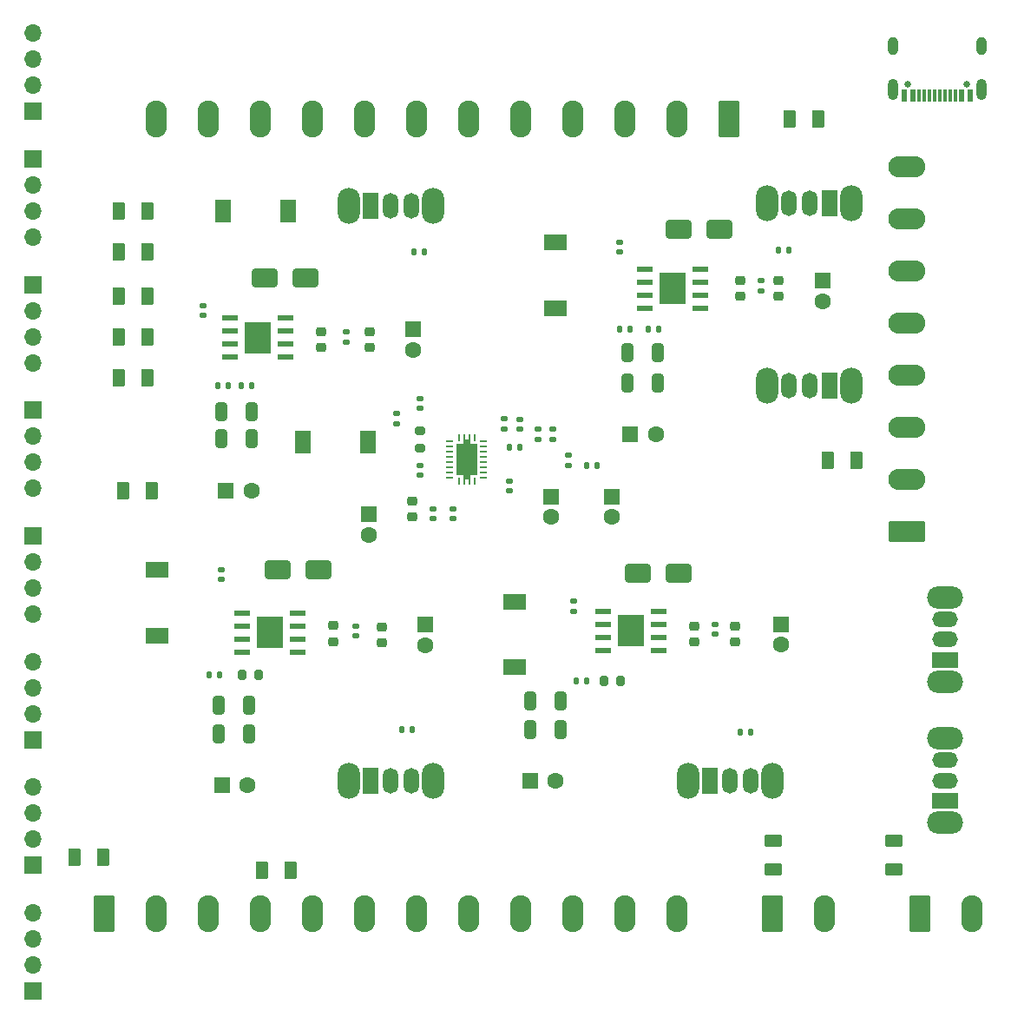
<source format=gts>
%TF.GenerationSoftware,KiCad,Pcbnew,7.0.2*%
%TF.CreationDate,2023-07-05T23:24:43+08:00*%
%TF.ProjectId,tps61088,74707336-3130-4383-982e-6b696361645f,rev?*%
%TF.SameCoordinates,Original*%
%TF.FileFunction,Soldermask,Top*%
%TF.FilePolarity,Negative*%
%FSLAX46Y46*%
G04 Gerber Fmt 4.6, Leading zero omitted, Abs format (unit mm)*
G04 Created by KiCad (PCBNEW 7.0.2) date 2023-07-05 23:24:43*
%MOMM*%
%LPD*%
G01*
G04 APERTURE LIST*
G04 Aperture macros list*
%AMRoundRect*
0 Rectangle with rounded corners*
0 $1 Rounding radius*
0 $2 $3 $4 $5 $6 $7 $8 $9 X,Y pos of 4 corners*
0 Add a 4 corners polygon primitive as box body*
4,1,4,$2,$3,$4,$5,$6,$7,$8,$9,$2,$3,0*
0 Add four circle primitives for the rounded corners*
1,1,$1+$1,$2,$3*
1,1,$1+$1,$4,$5*
1,1,$1+$1,$6,$7*
1,1,$1+$1,$8,$9*
0 Add four rect primitives between the rounded corners*
20,1,$1+$1,$2,$3,$4,$5,0*
20,1,$1+$1,$4,$5,$6,$7,0*
20,1,$1+$1,$6,$7,$8,$9,0*
20,1,$1+$1,$8,$9,$2,$3,0*%
%AMFreePoly0*
4,1,13,0.375000,1.525000,1.025000,1.525000,1.025000,-1.525000,0.375000,-1.525000,0.375000,-1.925000,-0.375000,-1.925000,-0.375000,-1.525000,-1.025000,-1.525000,-1.025000,1.525000,-0.375000,1.525000,-0.375000,1.925000,0.375000,1.925000,0.375000,1.525000,0.375000,1.525000,$1*%
G04 Aperture macros list end*
%ADD10O,3.500000X2.200000*%
%ADD11R,2.500000X1.500000*%
%ADD12O,2.500000X1.500000*%
%ADD13RoundRect,0.250000X-0.325000X-0.650000X0.325000X-0.650000X0.325000X0.650000X-0.325000X0.650000X0*%
%ADD14R,1.600000X1.600000*%
%ADD15C,1.600000*%
%ADD16R,1.500000X2.200000*%
%ADD17RoundRect,0.250000X-0.625000X0.375000X-0.625000X-0.375000X0.625000X-0.375000X0.625000X0.375000X0*%
%ADD18RoundRect,0.250000X-0.375000X-0.625000X0.375000X-0.625000X0.375000X0.625000X-0.375000X0.625000X0*%
%ADD19R,1.700000X1.700000*%
%ADD20O,1.700000X1.700000*%
%ADD21RoundRect,0.135000X-0.185000X0.135000X-0.185000X-0.135000X0.185000X-0.135000X0.185000X0.135000X0*%
%ADD22RoundRect,0.225000X0.250000X-0.225000X0.250000X0.225000X-0.250000X0.225000X-0.250000X-0.225000X0*%
%ADD23R,1.550000X0.600000*%
%ADD24R,2.600000X3.100000*%
%ADD25RoundRect,0.135000X0.185000X-0.135000X0.185000X0.135000X-0.185000X0.135000X-0.185000X-0.135000X0*%
%ADD26RoundRect,0.250000X0.375000X0.625000X-0.375000X0.625000X-0.375000X-0.625000X0.375000X-0.625000X0*%
%ADD27RoundRect,0.249999X0.790001X1.550001X-0.790001X1.550001X-0.790001X-1.550001X0.790001X-1.550001X0*%
%ADD28O,2.080000X3.600000*%
%ADD29RoundRect,0.140000X-0.170000X0.140000X-0.170000X-0.140000X0.170000X-0.140000X0.170000X0.140000X0*%
%ADD30RoundRect,0.050400X-0.069600X-0.249600X0.069600X-0.249600X0.069600X0.249600X-0.069600X0.249600X0*%
%ADD31RoundRect,0.050400X-0.249600X-0.069600X0.249600X-0.069600X0.249600X0.069600X-0.249600X0.069600X0*%
%ADD32RoundRect,0.050000X-0.050000X-0.250000X0.050000X-0.250000X0.050000X0.250000X-0.050000X0.250000X0*%
%ADD33FreePoly0,0.000000*%
%ADD34RoundRect,0.225000X-0.250000X0.225000X-0.250000X-0.225000X0.250000X-0.225000X0.250000X0.225000X0*%
%ADD35RoundRect,0.135000X-0.135000X-0.185000X0.135000X-0.185000X0.135000X0.185000X-0.135000X0.185000X0*%
%ADD36RoundRect,0.250000X1.000000X0.650000X-1.000000X0.650000X-1.000000X-0.650000X1.000000X-0.650000X0*%
%ADD37RoundRect,0.250000X0.625000X-0.375000X0.625000X0.375000X-0.625000X0.375000X-0.625000X-0.375000X0*%
%ADD38RoundRect,0.200000X-0.200000X-0.275000X0.200000X-0.275000X0.200000X0.275000X-0.200000X0.275000X0*%
%ADD39O,2.200000X3.500000*%
%ADD40R,1.500000X2.500000*%
%ADD41O,1.500000X2.500000*%
%ADD42R,2.200000X1.500000*%
%ADD43RoundRect,0.140000X0.170000X-0.140000X0.170000X0.140000X-0.170000X0.140000X-0.170000X-0.140000X0*%
%ADD44RoundRect,0.249999X-0.790001X-1.550001X0.790001X-1.550001X0.790001X1.550001X-0.790001X1.550001X0*%
%ADD45RoundRect,0.200000X0.275000X-0.200000X0.275000X0.200000X-0.275000X0.200000X-0.275000X-0.200000X0*%
%ADD46RoundRect,0.135000X0.135000X0.185000X-0.135000X0.185000X-0.135000X-0.185000X0.135000X-0.185000X0*%
%ADD47C,0.650000*%
%ADD48R,0.600000X1.150000*%
%ADD49R,0.300000X1.150000*%
%ADD50O,1.000000X2.100000*%
%ADD51O,1.000000X1.800000*%
%ADD52RoundRect,0.249999X1.550001X-0.790001X1.550001X0.790001X-1.550001X0.790001X-1.550001X-0.790001X0*%
%ADD53O,3.600000X2.080000*%
G04 APERTURE END LIST*
D10*
%TO.C,Vin*%
X192250000Y-127600000D03*
X192250000Y-119400000D03*
D11*
X192250000Y-125500000D03*
D12*
X192250000Y-123500000D03*
X192250000Y-121500000D03*
%TD*%
D13*
%TO.C,C7*%
X121425000Y-118919888D03*
X124375000Y-118919888D03*
%TD*%
D14*
%TO.C,C9*%
X140342621Y-79500000D03*
D15*
X140342621Y-81500000D03*
%TD*%
D16*
%TO.C,L2*%
X128200000Y-68000000D03*
X121800000Y-68000000D03*
%TD*%
D17*
%TO.C,F7*%
X187250000Y-129350000D03*
X187250000Y-132150000D03*
%TD*%
D18*
%TO.C,F2*%
X125600000Y-132250000D03*
X128400000Y-132250000D03*
%TD*%
D19*
%TO.C,J10*%
X103250000Y-62900000D03*
D20*
X103250000Y-65440000D03*
X103250000Y-67980000D03*
X103250000Y-70520000D03*
%TD*%
D21*
%TO.C,R19*%
X149275000Y-88240000D03*
X149275000Y-89260000D03*
%TD*%
D14*
%TO.C,C35*%
X136025000Y-97544888D03*
D15*
X136025000Y-99544888D03*
%TD*%
D22*
%TO.C,C4*%
X137275000Y-110069888D03*
X137275000Y-108519888D03*
%TD*%
D23*
%TO.C,U4*%
X162975000Y-73645000D03*
X162975000Y-74915000D03*
X162975000Y-76185000D03*
X162975000Y-77455000D03*
X168375000Y-77455000D03*
X168375000Y-76185000D03*
X168375000Y-74915000D03*
X168375000Y-73645000D03*
D24*
X165675000Y-75550000D03*
%TD*%
D25*
%TO.C,R18*%
X138775000Y-88760000D03*
X138775000Y-87740000D03*
%TD*%
D14*
%TO.C,C25*%
X176275000Y-108250000D03*
D15*
X176275000Y-110250000D03*
%TD*%
D26*
%TO.C,D8*%
X114417500Y-76250000D03*
X111617500Y-76250000D03*
%TD*%
D14*
%TO.C,C8*%
X121717621Y-123919888D03*
D15*
X124217621Y-123919888D03*
%TD*%
D27*
%TO.C,J2*%
X171190000Y-59027500D03*
D28*
X166110000Y-59027500D03*
X161030000Y-59027500D03*
X155950000Y-59027500D03*
X150870000Y-59027500D03*
X145790000Y-59027500D03*
X140710000Y-59027500D03*
X135630000Y-59027500D03*
X130550000Y-59027500D03*
X125470000Y-59027500D03*
X120390000Y-59027500D03*
X115310000Y-59027500D03*
%TD*%
D29*
%TO.C,C33*%
X142275000Y-97020000D03*
X142275000Y-97980000D03*
%TD*%
D30*
%TO.C,U1*%
X144835000Y-90050000D03*
D31*
X143935000Y-90450000D03*
X143935000Y-90950000D03*
X143935000Y-91450000D03*
X143935000Y-91950000D03*
X143935000Y-92450000D03*
X143935000Y-92950000D03*
X143935000Y-93450000D03*
X143935000Y-93950000D03*
D30*
X144835000Y-94350000D03*
X146335000Y-94350000D03*
D31*
X147235000Y-93950000D03*
X147235000Y-93450000D03*
X147235000Y-92950000D03*
X147235000Y-92450000D03*
X147235000Y-91950000D03*
X147235000Y-91450000D03*
X147235000Y-90950000D03*
X147235000Y-90450000D03*
D30*
X146335000Y-90050000D03*
D32*
X145310000Y-90050000D03*
X145310000Y-94350000D03*
D33*
X145585000Y-92200000D03*
D32*
X145860000Y-90050000D03*
X145860000Y-94350000D03*
%TD*%
D26*
%TO.C,F3*%
X110150000Y-131000000D03*
X107350000Y-131000000D03*
%TD*%
%TO.C,F5*%
X114900000Y-95250000D03*
X112100000Y-95250000D03*
%TD*%
D34*
%TO.C,C34*%
X140275000Y-96265000D03*
X140275000Y-97815000D03*
%TD*%
D19*
%TO.C,J11*%
X103250000Y-75150000D03*
D20*
X103250000Y-77690000D03*
X103250000Y-80230000D03*
X103250000Y-82770000D03*
%TD*%
D13*
%TO.C,C24*%
X161300000Y-84750000D03*
X164250000Y-84750000D03*
%TD*%
D22*
%TO.C,C10*%
X136092621Y-81275000D03*
X136092621Y-79725000D03*
%TD*%
D14*
%TO.C,C17*%
X180275000Y-74750000D03*
D15*
X180275000Y-76750000D03*
%TD*%
D14*
%TO.C,C3*%
X141525000Y-108294888D03*
D15*
X141525000Y-110294888D03*
%TD*%
D35*
%TO.C,R5*%
X140441000Y-72000000D03*
X141461000Y-72000000D03*
%TD*%
D14*
%TO.C,C22*%
X161525000Y-89750000D03*
D15*
X164025000Y-89750000D03*
%TD*%
D35*
%TO.C,R14*%
X156265000Y-113750000D03*
X157285000Y-113750000D03*
%TD*%
D29*
%TO.C,C39*%
X149775000Y-94270000D03*
X149775000Y-95230000D03*
%TD*%
D19*
%TO.C,J8*%
X103250000Y-131750000D03*
D20*
X103250000Y-129210000D03*
X103250000Y-126670000D03*
X103250000Y-124130000D03*
%TD*%
D36*
%TO.C,D3*%
X129842621Y-74500000D03*
X125842621Y-74500000D03*
%TD*%
D37*
%TO.C,F1*%
X175500000Y-132150000D03*
X175500000Y-129350000D03*
%TD*%
D38*
%TO.C,R15*%
X158950000Y-113750000D03*
X160600000Y-113750000D03*
%TD*%
D26*
%TO.C,F6*%
X183650000Y-92250000D03*
X180850000Y-92250000D03*
%TD*%
D23*
%TO.C,U3*%
X122492621Y-78395000D03*
X122492621Y-79665000D03*
X122492621Y-80935000D03*
X122492621Y-82205000D03*
X127892621Y-82205000D03*
X127892621Y-80935000D03*
X127892621Y-79665000D03*
X127892621Y-78395000D03*
D24*
X125192621Y-80300000D03*
%TD*%
D16*
%TO.C,L5*%
X129575000Y-90500000D03*
X135975000Y-90500000D03*
%TD*%
D34*
%TO.C,C19*%
X172275000Y-74750000D03*
X172275000Y-76300000D03*
%TD*%
D14*
%TO.C,C40*%
X153775000Y-95794888D03*
D15*
X153775000Y-97794888D03*
%TD*%
D39*
%TO.C,SW4*%
X167175000Y-123500000D03*
X175375000Y-123500000D03*
D40*
X169275000Y-123500000D03*
D41*
X171275000Y-123500000D03*
X173275000Y-123500000D03*
%TD*%
D42*
%TO.C,L3*%
X154275000Y-71050000D03*
X154275000Y-77450000D03*
%TD*%
D19*
%TO.C,J12*%
X103250000Y-87400000D03*
D20*
X103250000Y-89940000D03*
X103250000Y-92480000D03*
X103250000Y-95020000D03*
%TD*%
D18*
%TO.C,D9*%
X111617500Y-68000000D03*
X114417500Y-68000000D03*
%TD*%
D22*
%TO.C,C26*%
X171775000Y-110000000D03*
X171775000Y-108450000D03*
%TD*%
D21*
%TO.C,R22*%
X155525000Y-91740000D03*
X155525000Y-92760000D03*
%TD*%
D13*
%TO.C,C32*%
X151800000Y-115750000D03*
X154750000Y-115750000D03*
%TD*%
D22*
%TO.C,C18*%
X176025000Y-76275000D03*
X176025000Y-74725000D03*
%TD*%
D34*
%TO.C,C27*%
X167775000Y-108450000D03*
X167775000Y-110000000D03*
%TD*%
D43*
%TO.C,C13*%
X119842621Y-78180000D03*
X119842621Y-77220000D03*
%TD*%
D13*
%TO.C,C23*%
X161300000Y-81750000D03*
X164250000Y-81750000D03*
%TD*%
D43*
%TO.C,C21*%
X160525000Y-71980000D03*
X160525000Y-71020000D03*
%TD*%
D36*
%TO.C,D7*%
X166275000Y-103250000D03*
X162275000Y-103250000D03*
%TD*%
D29*
%TO.C,C28*%
X169775000Y-108270000D03*
X169775000Y-109230000D03*
%TD*%
D39*
%TO.C,5V_SW*%
X183125000Y-67202500D03*
X174925000Y-67202500D03*
D40*
X181025000Y-67202500D03*
D41*
X179025000Y-67202500D03*
X177025000Y-67202500D03*
%TD*%
D35*
%TO.C,R10*%
X160515000Y-79500000D03*
X161535000Y-79500000D03*
%TD*%
%TO.C,R21*%
X157265000Y-92750000D03*
X158285000Y-92750000D03*
%TD*%
D39*
%TO.C,-5V_SW*%
X134075000Y-67500000D03*
X142275000Y-67500000D03*
D40*
X136175000Y-67500000D03*
D41*
X138175000Y-67500000D03*
X140175000Y-67500000D03*
%TD*%
D39*
%TO.C,SW6*%
X183125000Y-85000000D03*
X174925000Y-85000000D03*
D40*
X181025000Y-85000000D03*
D41*
X179025000Y-85000000D03*
X177025000Y-85000000D03*
%TD*%
D44*
%TO.C,12V*%
X110190000Y-136472500D03*
D28*
X115270000Y-136472500D03*
X120350000Y-136472500D03*
X125430000Y-136472500D03*
X130510000Y-136472500D03*
X135590000Y-136472500D03*
X140670000Y-136472500D03*
X145750000Y-136472500D03*
X150830000Y-136472500D03*
X155910000Y-136472500D03*
X160990000Y-136472500D03*
X166070000Y-136472500D03*
%TD*%
D45*
%TO.C,R17*%
X141025000Y-91075000D03*
X141025000Y-89425000D03*
%TD*%
D34*
%TO.C,C5*%
X132525000Y-108394888D03*
X132525000Y-109944888D03*
%TD*%
D18*
%TO.C,F4*%
X177100000Y-59000000D03*
X179900000Y-59000000D03*
%TD*%
D26*
%TO.C,D6*%
X114417500Y-72000000D03*
X111617500Y-72000000D03*
%TD*%
D10*
%TO.C,SW5*%
X192250000Y-113850000D03*
X192250000Y-105650000D03*
D11*
X192250000Y-111750000D03*
D12*
X192250000Y-109750000D03*
X192250000Y-107750000D03*
%TD*%
D46*
%TO.C,R20*%
X150785000Y-91000000D03*
X149765000Y-91000000D03*
%TD*%
%TO.C,R13*%
X173275000Y-118750000D03*
X172255000Y-118750000D03*
%TD*%
D29*
%TO.C,C42*%
X154025000Y-89270000D03*
X154025000Y-90230000D03*
%TD*%
D46*
%TO.C,R9*%
X177035000Y-71750000D03*
X176015000Y-71750000D03*
%TD*%
D14*
%TO.C,C30*%
X151775000Y-123500000D03*
D15*
X154275000Y-123500000D03*
%TD*%
D47*
%TO.C,P1*%
X194390000Y-55605000D03*
X188610000Y-55605000D03*
D48*
X194700000Y-56680000D03*
X193900000Y-56680000D03*
D49*
X192750000Y-56680000D03*
X191750000Y-56680000D03*
X191250000Y-56680000D03*
X190250000Y-56680000D03*
D48*
X189100000Y-56680000D03*
X188300000Y-56680000D03*
X188300000Y-56680000D03*
X189100000Y-56680000D03*
D49*
X189750000Y-56680000D03*
X190750000Y-56680000D03*
X192250000Y-56680000D03*
X193250000Y-56680000D03*
D48*
X193900000Y-56680000D03*
X194700000Y-56680000D03*
D50*
X195820000Y-56105000D03*
D51*
X195820000Y-51925000D03*
D50*
X187180000Y-56105000D03*
D51*
X187180000Y-51925000D03*
%TD*%
D42*
%TO.C,L1*%
X115400000Y-102969888D03*
X115400000Y-109369888D03*
%TD*%
D14*
%TO.C,C41*%
X159775000Y-95794888D03*
D15*
X159775000Y-97794888D03*
%TD*%
D29*
%TO.C,C43*%
X152525000Y-89270000D03*
X152525000Y-90230000D03*
%TD*%
D38*
%TO.C,R2*%
X123650000Y-113169888D03*
X125300000Y-113169888D03*
%TD*%
D19*
%TO.C,J14*%
X103250000Y-119500000D03*
D20*
X103250000Y-116960000D03*
X103250000Y-114420000D03*
X103250000Y-111880000D03*
%TD*%
D13*
%TO.C,C15*%
X121617621Y-90200000D03*
X124567621Y-90200000D03*
%TD*%
D34*
%TO.C,C11*%
X131342621Y-79725000D03*
X131342621Y-81275000D03*
%TD*%
D29*
%TO.C,C37*%
X141025000Y-86270000D03*
X141025000Y-87230000D03*
%TD*%
%TO.C,C20*%
X174275000Y-74770000D03*
X174275000Y-75730000D03*
%TD*%
D18*
%TO.C,D4*%
X111657500Y-84250000D03*
X114457500Y-84250000D03*
%TD*%
D52*
%TO.C,J3*%
X188500000Y-99250000D03*
D53*
X188500000Y-94170000D03*
X188500000Y-89090000D03*
X188500000Y-84010000D03*
X188500000Y-78930000D03*
X188500000Y-73850000D03*
X188500000Y-68770000D03*
X188500000Y-63690000D03*
%TD*%
D23*
%TO.C,U2*%
X123650000Y-107149888D03*
X123650000Y-108419888D03*
X123650000Y-109689888D03*
X123650000Y-110959888D03*
X129050000Y-110959888D03*
X129050000Y-109689888D03*
X129050000Y-108419888D03*
X129050000Y-107149888D03*
D24*
X126350000Y-109054888D03*
%TD*%
D35*
%TO.C,R1*%
X120465000Y-113169888D03*
X121485000Y-113169888D03*
%TD*%
D26*
%TO.C,D2*%
X114417500Y-80250000D03*
X111617500Y-80250000D03*
%TD*%
D13*
%TO.C,C16*%
X121617621Y-87500000D03*
X124567621Y-87500000D03*
%TD*%
D19*
%TO.C,J9*%
X103250000Y-58250000D03*
D20*
X103250000Y-55710000D03*
X103250000Y-53170000D03*
X103250000Y-50630000D03*
%TD*%
D35*
%TO.C,R7*%
X123572621Y-85000000D03*
X124592621Y-85000000D03*
%TD*%
D36*
%TO.C,D5*%
X170275000Y-69750000D03*
X166275000Y-69750000D03*
%TD*%
D14*
%TO.C,C14*%
X122092621Y-95250000D03*
D15*
X124592621Y-95250000D03*
%TD*%
D29*
%TO.C,C38*%
X144275000Y-97020000D03*
X144275000Y-97980000D03*
%TD*%
D35*
%TO.C,R11*%
X163265000Y-79500000D03*
X164285000Y-79500000D03*
%TD*%
D43*
%TO.C,C1*%
X121650000Y-103899888D03*
X121650000Y-102939888D03*
%TD*%
D36*
%TO.C,D1*%
X131150000Y-102919888D03*
X127150000Y-102919888D03*
%TD*%
D35*
%TO.C,R6*%
X121322621Y-85000000D03*
X122342621Y-85000000D03*
%TD*%
D29*
%TO.C,C12*%
X133842621Y-79770000D03*
X133842621Y-80730000D03*
%TD*%
D43*
%TO.C,C36*%
X141025000Y-93730000D03*
X141025000Y-92770000D03*
%TD*%
D44*
%TO.C,J5*%
X175390000Y-136472500D03*
D28*
X180470000Y-136472500D03*
%TD*%
D13*
%TO.C,C6*%
X121425000Y-116169888D03*
X124375000Y-116169888D03*
%TD*%
D43*
%TO.C,C29*%
X156025000Y-106980000D03*
X156025000Y-106020000D03*
%TD*%
D29*
%TO.C,C2*%
X134775000Y-108439888D03*
X134775000Y-109399888D03*
%TD*%
%TO.C,C44*%
X150775000Y-88270000D03*
X150775000Y-89230000D03*
%TD*%
D46*
%TO.C,R4*%
X140285000Y-118500000D03*
X139265000Y-118500000D03*
%TD*%
D13*
%TO.C,C31*%
X151800000Y-118500000D03*
X154750000Y-118500000D03*
%TD*%
D44*
%TO.C,J6*%
X189790000Y-136472500D03*
D28*
X194870000Y-136472500D03*
%TD*%
D19*
%TO.C,J7*%
X103250000Y-144000000D03*
D20*
X103250000Y-141460000D03*
X103250000Y-138920000D03*
X103250000Y-136380000D03*
%TD*%
D42*
%TO.C,L4*%
X150275000Y-106050000D03*
X150275000Y-112450000D03*
%TD*%
D39*
%TO.C,SW1*%
X134075000Y-123500000D03*
X142275000Y-123500000D03*
D40*
X136175000Y-123500000D03*
D41*
X138175000Y-123500000D03*
X140175000Y-123500000D03*
%TD*%
D23*
%TO.C,U5*%
X158925000Y-106995000D03*
X158925000Y-108265000D03*
X158925000Y-109535000D03*
X158925000Y-110805000D03*
X164325000Y-110805000D03*
X164325000Y-109535000D03*
X164325000Y-108265000D03*
X164325000Y-106995000D03*
D24*
X161625000Y-108900000D03*
%TD*%
D19*
%TO.C,J13*%
X103250000Y-99650000D03*
D20*
X103250000Y-102190000D03*
X103250000Y-104730000D03*
X103250000Y-107270000D03*
%TD*%
M02*

</source>
